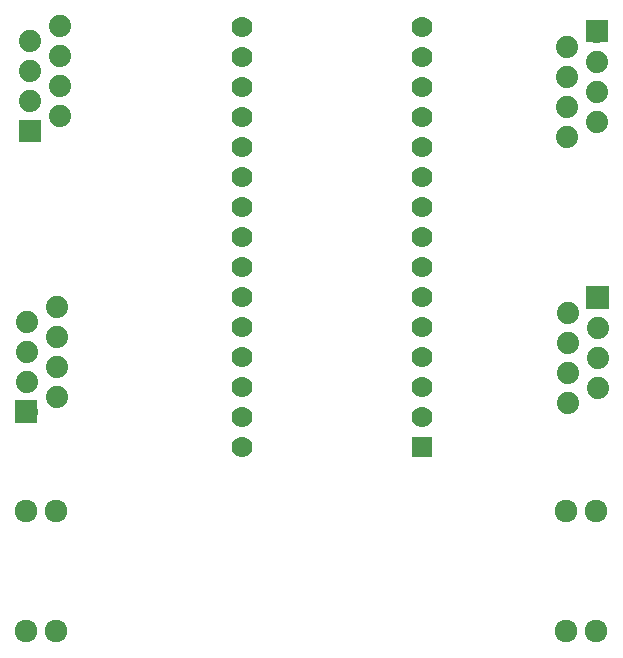
<source format=gtl>
G04 MADE WITH FRITZING*
G04 WWW.FRITZING.ORG*
G04 DOUBLE SIDED*
G04 HOLES PLATED*
G04 CONTOUR ON CENTER OF CONTOUR VECTOR*
%ASAXBY*%
%FSLAX23Y23*%
%MOIN*%
%OFA0B0*%
%SFA1.0B1.0*%
%ADD10C,0.070000*%
%ADD11C,0.074000*%
%ADD12C,0.075806*%
%ADD13R,0.069972X0.070000*%
%ADD14R,0.001000X0.001000*%
%LNCOPPER1*%
G90*
G70*
G54D10*
X1680Y1333D03*
X1680Y1433D03*
X1680Y1533D03*
X1680Y1633D03*
X1680Y1733D03*
X1680Y1833D03*
X1680Y1933D03*
X1680Y2033D03*
X1680Y2133D03*
X1680Y2233D03*
X1680Y2333D03*
X1680Y2433D03*
X1680Y2533D03*
X1680Y2633D03*
X1680Y2733D03*
X1080Y1333D03*
X1080Y1433D03*
X1080Y1533D03*
X1080Y1633D03*
X1080Y1733D03*
X1080Y1833D03*
X1080Y1933D03*
X1080Y2033D03*
X1080Y2133D03*
X1080Y2233D03*
X1080Y2333D03*
X1080Y2433D03*
X1080Y2533D03*
X1080Y2633D03*
X1080Y2733D03*
G54D11*
X2163Y2367D03*
X2263Y2417D03*
X2163Y2467D03*
X2163Y2567D03*
X2163Y2667D03*
X2263Y2517D03*
X2263Y2617D03*
X2263Y2717D03*
X2163Y2367D03*
X2263Y2417D03*
X2163Y2467D03*
X2163Y2567D03*
X2163Y2667D03*
X2263Y2517D03*
X2263Y2617D03*
X2263Y2717D03*
X473Y2734D03*
X373Y2684D03*
X473Y2634D03*
X473Y2534D03*
X473Y2434D03*
X373Y2584D03*
X373Y2484D03*
X373Y2384D03*
X473Y2734D03*
X373Y2684D03*
X473Y2634D03*
X473Y2534D03*
X473Y2434D03*
X373Y2584D03*
X373Y2484D03*
X373Y2384D03*
X461Y1800D03*
X361Y1750D03*
X461Y1700D03*
X461Y1600D03*
X461Y1500D03*
X361Y1650D03*
X361Y1550D03*
X361Y1450D03*
X461Y1800D03*
X361Y1750D03*
X461Y1700D03*
X461Y1600D03*
X461Y1500D03*
X361Y1650D03*
X361Y1550D03*
X361Y1450D03*
G54D12*
X2260Y1119D03*
X2160Y1119D03*
X2260Y719D03*
X2160Y719D03*
X460Y1119D03*
X360Y1119D03*
X460Y719D03*
X360Y719D03*
G54D11*
X2165Y1480D03*
X2265Y1530D03*
X2165Y1580D03*
X2165Y1680D03*
X2165Y1780D03*
X2265Y1630D03*
X2265Y1730D03*
X2265Y1830D03*
X2165Y1480D03*
X2265Y1530D03*
X2165Y1580D03*
X2165Y1680D03*
X2165Y1780D03*
X2265Y1630D03*
X2265Y1730D03*
X2265Y1830D03*
G54D13*
X1680Y1333D03*
G54D14*
X2226Y2754D02*
X2299Y2754D01*
X2226Y2753D02*
X2299Y2753D01*
X2226Y2752D02*
X2299Y2752D01*
X2226Y2751D02*
X2299Y2751D01*
X2226Y2750D02*
X2299Y2750D01*
X2226Y2749D02*
X2299Y2749D01*
X2226Y2748D02*
X2299Y2748D01*
X2226Y2747D02*
X2299Y2747D01*
X2226Y2746D02*
X2299Y2746D01*
X2226Y2745D02*
X2299Y2745D01*
X2226Y2744D02*
X2299Y2744D01*
X2226Y2743D02*
X2299Y2743D01*
X2226Y2742D02*
X2299Y2742D01*
X2226Y2741D02*
X2299Y2741D01*
X2226Y2740D02*
X2299Y2740D01*
X2226Y2739D02*
X2299Y2739D01*
X2226Y2738D02*
X2299Y2738D01*
X2226Y2737D02*
X2261Y2737D01*
X2263Y2737D02*
X2299Y2737D01*
X2226Y2736D02*
X2256Y2736D01*
X2269Y2736D02*
X2299Y2736D01*
X2226Y2735D02*
X2253Y2735D01*
X2271Y2735D02*
X2299Y2735D01*
X2226Y2734D02*
X2251Y2734D01*
X2273Y2734D02*
X2299Y2734D01*
X2226Y2733D02*
X2250Y2733D01*
X2275Y2733D02*
X2299Y2733D01*
X2226Y2732D02*
X2249Y2732D01*
X2276Y2732D02*
X2299Y2732D01*
X2226Y2731D02*
X2248Y2731D01*
X2277Y2731D02*
X2299Y2731D01*
X2226Y2730D02*
X2247Y2730D01*
X2278Y2730D02*
X2299Y2730D01*
X2226Y2729D02*
X2246Y2729D01*
X2279Y2729D02*
X2299Y2729D01*
X2226Y2728D02*
X2245Y2728D01*
X2279Y2728D02*
X2299Y2728D01*
X2226Y2727D02*
X2245Y2727D01*
X2280Y2727D02*
X2299Y2727D01*
X2226Y2726D02*
X2244Y2726D01*
X2280Y2726D02*
X2299Y2726D01*
X2226Y2725D02*
X2244Y2725D01*
X2281Y2725D02*
X2299Y2725D01*
X2226Y2724D02*
X2243Y2724D01*
X2281Y2724D02*
X2299Y2724D01*
X2226Y2723D02*
X2243Y2723D01*
X2281Y2723D02*
X2299Y2723D01*
X2226Y2722D02*
X2243Y2722D01*
X2282Y2722D02*
X2299Y2722D01*
X2226Y2721D02*
X2242Y2721D01*
X2282Y2721D02*
X2299Y2721D01*
X2226Y2720D02*
X2242Y2720D01*
X2282Y2720D02*
X2299Y2720D01*
X2226Y2719D02*
X2242Y2719D01*
X2282Y2719D02*
X2299Y2719D01*
X2226Y2718D02*
X2242Y2718D01*
X2282Y2718D02*
X2299Y2718D01*
X2226Y2717D02*
X2242Y2717D01*
X2282Y2717D02*
X2299Y2717D01*
X2226Y2716D02*
X2242Y2716D01*
X2282Y2716D02*
X2299Y2716D01*
X2226Y2715D02*
X2242Y2715D01*
X2282Y2715D02*
X2299Y2715D01*
X2226Y2714D02*
X2242Y2714D01*
X2282Y2714D02*
X2299Y2714D01*
X2226Y2713D02*
X2243Y2713D01*
X2282Y2713D02*
X2299Y2713D01*
X2226Y2712D02*
X2243Y2712D01*
X2282Y2712D02*
X2299Y2712D01*
X2226Y2711D02*
X2243Y2711D01*
X2281Y2711D02*
X2299Y2711D01*
X2226Y2710D02*
X2244Y2710D01*
X2281Y2710D02*
X2299Y2710D01*
X2226Y2709D02*
X2244Y2709D01*
X2280Y2709D02*
X2299Y2709D01*
X2226Y2708D02*
X2245Y2708D01*
X2280Y2708D02*
X2299Y2708D01*
X2226Y2707D02*
X2245Y2707D01*
X2279Y2707D02*
X2299Y2707D01*
X2226Y2706D02*
X2246Y2706D01*
X2279Y2706D02*
X2299Y2706D01*
X2226Y2705D02*
X2247Y2705D01*
X2278Y2705D02*
X2299Y2705D01*
X2226Y2704D02*
X2247Y2704D01*
X2277Y2704D02*
X2299Y2704D01*
X2226Y2703D02*
X2248Y2703D01*
X2276Y2703D02*
X2299Y2703D01*
X2226Y2702D02*
X2250Y2702D01*
X2275Y2702D02*
X2299Y2702D01*
X2226Y2701D02*
X2251Y2701D01*
X2274Y2701D02*
X2299Y2701D01*
X2226Y2700D02*
X2253Y2700D01*
X2272Y2700D02*
X2299Y2700D01*
X2226Y2699D02*
X2255Y2699D01*
X2270Y2699D02*
X2299Y2699D01*
X2226Y2698D02*
X2259Y2698D01*
X2266Y2698D02*
X2299Y2698D01*
X2226Y2697D02*
X2299Y2697D01*
X2226Y2696D02*
X2299Y2696D01*
X2226Y2695D02*
X2299Y2695D01*
X2226Y2694D02*
X2299Y2694D01*
X2226Y2693D02*
X2299Y2693D01*
X2226Y2692D02*
X2299Y2692D01*
X2226Y2691D02*
X2299Y2691D01*
X2226Y2690D02*
X2299Y2690D01*
X2226Y2689D02*
X2299Y2689D01*
X2226Y2688D02*
X2299Y2688D01*
X2226Y2687D02*
X2299Y2687D01*
X2226Y2686D02*
X2299Y2686D01*
X2226Y2685D02*
X2299Y2685D01*
X2226Y2684D02*
X2299Y2684D01*
X2226Y2683D02*
X2299Y2683D01*
X2226Y2682D02*
X2299Y2682D01*
X2226Y2681D02*
X2299Y2681D01*
X336Y2421D02*
X408Y2421D01*
X335Y2420D02*
X408Y2420D01*
X335Y2419D02*
X408Y2419D01*
X335Y2418D02*
X408Y2418D01*
X335Y2417D02*
X408Y2417D01*
X335Y2416D02*
X408Y2416D01*
X335Y2415D02*
X408Y2415D01*
X335Y2414D02*
X408Y2414D01*
X335Y2413D02*
X408Y2413D01*
X335Y2412D02*
X408Y2412D01*
X335Y2411D02*
X408Y2411D01*
X335Y2410D02*
X408Y2410D01*
X335Y2409D02*
X408Y2409D01*
X335Y2408D02*
X408Y2408D01*
X335Y2407D02*
X408Y2407D01*
X335Y2406D02*
X408Y2406D01*
X335Y2405D02*
X408Y2405D01*
X335Y2404D02*
X408Y2404D01*
X335Y2403D02*
X366Y2403D01*
X378Y2403D02*
X408Y2403D01*
X335Y2402D02*
X363Y2402D01*
X380Y2402D02*
X408Y2402D01*
X335Y2401D02*
X362Y2401D01*
X382Y2401D02*
X408Y2401D01*
X335Y2400D02*
X360Y2400D01*
X384Y2400D02*
X408Y2400D01*
X335Y2399D02*
X359Y2399D01*
X385Y2399D02*
X408Y2399D01*
X335Y2398D02*
X358Y2398D01*
X386Y2398D02*
X408Y2398D01*
X335Y2397D02*
X357Y2397D01*
X387Y2397D02*
X408Y2397D01*
X335Y2396D02*
X356Y2396D01*
X388Y2396D02*
X408Y2396D01*
X335Y2395D02*
X355Y2395D01*
X389Y2395D02*
X408Y2395D01*
X335Y2394D02*
X355Y2394D01*
X389Y2394D02*
X408Y2394D01*
X335Y2393D02*
X354Y2393D01*
X390Y2393D02*
X408Y2393D01*
X335Y2392D02*
X354Y2392D01*
X390Y2392D02*
X408Y2392D01*
X335Y2391D02*
X353Y2391D01*
X391Y2391D02*
X408Y2391D01*
X335Y2390D02*
X353Y2390D01*
X391Y2390D02*
X408Y2390D01*
X335Y2389D02*
X353Y2389D01*
X391Y2389D02*
X408Y2389D01*
X335Y2388D02*
X352Y2388D01*
X392Y2388D02*
X408Y2388D01*
X335Y2387D02*
X352Y2387D01*
X392Y2387D02*
X408Y2387D01*
X335Y2386D02*
X352Y2386D01*
X392Y2386D02*
X408Y2386D01*
X335Y2385D02*
X352Y2385D01*
X392Y2385D02*
X408Y2385D01*
X335Y2384D02*
X352Y2384D01*
X392Y2384D02*
X408Y2384D01*
X335Y2383D02*
X352Y2383D01*
X392Y2383D02*
X408Y2383D01*
X335Y2382D02*
X352Y2382D01*
X392Y2382D02*
X408Y2382D01*
X335Y2381D02*
X352Y2381D01*
X392Y2381D02*
X408Y2381D01*
X335Y2380D02*
X352Y2380D01*
X392Y2380D02*
X408Y2380D01*
X335Y2379D02*
X353Y2379D01*
X391Y2379D02*
X408Y2379D01*
X335Y2378D02*
X353Y2378D01*
X391Y2378D02*
X408Y2378D01*
X335Y2377D02*
X353Y2377D01*
X391Y2377D02*
X408Y2377D01*
X335Y2376D02*
X354Y2376D01*
X390Y2376D02*
X408Y2376D01*
X335Y2375D02*
X354Y2375D01*
X390Y2375D02*
X408Y2375D01*
X335Y2374D02*
X355Y2374D01*
X389Y2374D02*
X408Y2374D01*
X335Y2373D02*
X355Y2373D01*
X389Y2373D02*
X408Y2373D01*
X335Y2372D02*
X356Y2372D01*
X388Y2372D02*
X408Y2372D01*
X335Y2371D02*
X357Y2371D01*
X387Y2371D02*
X408Y2371D01*
X335Y2370D02*
X358Y2370D01*
X386Y2370D02*
X408Y2370D01*
X335Y2369D02*
X359Y2369D01*
X385Y2369D02*
X408Y2369D01*
X335Y2368D02*
X360Y2368D01*
X384Y2368D02*
X408Y2368D01*
X335Y2367D02*
X362Y2367D01*
X382Y2367D02*
X408Y2367D01*
X335Y2366D02*
X364Y2366D01*
X380Y2366D02*
X408Y2366D01*
X335Y2365D02*
X367Y2365D01*
X377Y2365D02*
X408Y2365D01*
X335Y2364D02*
X408Y2364D01*
X335Y2363D02*
X408Y2363D01*
X335Y2362D02*
X408Y2362D01*
X335Y2361D02*
X408Y2361D01*
X335Y2360D02*
X408Y2360D01*
X335Y2359D02*
X408Y2359D01*
X335Y2358D02*
X408Y2358D01*
X335Y2357D02*
X408Y2357D01*
X335Y2356D02*
X408Y2356D01*
X335Y2355D02*
X408Y2355D01*
X335Y2354D02*
X408Y2354D01*
X335Y2353D02*
X408Y2353D01*
X335Y2352D02*
X408Y2352D01*
X335Y2351D02*
X408Y2351D01*
X335Y2350D02*
X408Y2350D01*
X335Y2349D02*
X408Y2349D01*
X335Y2348D02*
X408Y2348D01*
X2228Y1867D02*
X2301Y1867D01*
X2228Y1866D02*
X2301Y1866D01*
X2228Y1865D02*
X2301Y1865D01*
X2228Y1864D02*
X2301Y1864D01*
X2228Y1863D02*
X2301Y1863D01*
X2228Y1862D02*
X2301Y1862D01*
X2228Y1861D02*
X2301Y1861D01*
X2228Y1860D02*
X2301Y1860D01*
X2228Y1859D02*
X2301Y1859D01*
X2228Y1858D02*
X2301Y1858D01*
X2228Y1857D02*
X2301Y1857D01*
X2228Y1856D02*
X2301Y1856D01*
X2228Y1855D02*
X2301Y1855D01*
X2228Y1854D02*
X2301Y1854D01*
X2228Y1853D02*
X2301Y1853D01*
X2228Y1852D02*
X2301Y1852D01*
X2228Y1851D02*
X2301Y1851D01*
X2228Y1850D02*
X2263Y1850D01*
X2266Y1850D02*
X2301Y1850D01*
X2228Y1849D02*
X2258Y1849D01*
X2271Y1849D02*
X2301Y1849D01*
X2228Y1848D02*
X2256Y1848D01*
X2274Y1848D02*
X2301Y1848D01*
X2228Y1847D02*
X2254Y1847D01*
X2276Y1847D02*
X2301Y1847D01*
X2228Y1846D02*
X2252Y1846D01*
X2277Y1846D02*
X2301Y1846D01*
X2228Y1845D02*
X2251Y1845D01*
X2278Y1845D02*
X2301Y1845D01*
X2228Y1844D02*
X2250Y1844D01*
X2279Y1844D02*
X2301Y1844D01*
X2228Y1843D02*
X2249Y1843D01*
X2280Y1843D02*
X2301Y1843D01*
X2228Y1842D02*
X2248Y1842D01*
X2281Y1842D02*
X2301Y1842D01*
X2228Y1841D02*
X2248Y1841D01*
X2282Y1841D02*
X2301Y1841D01*
X2228Y1840D02*
X2247Y1840D01*
X2282Y1840D02*
X2301Y1840D01*
X2228Y1839D02*
X2247Y1839D01*
X2283Y1839D02*
X2301Y1839D01*
X2228Y1838D02*
X2246Y1838D01*
X2283Y1838D02*
X2301Y1838D01*
X2228Y1837D02*
X2246Y1837D01*
X2284Y1837D02*
X2301Y1837D01*
X2228Y1836D02*
X2245Y1836D01*
X2284Y1836D02*
X2301Y1836D01*
X2228Y1835D02*
X2245Y1835D01*
X2284Y1835D02*
X2301Y1835D01*
X2228Y1834D02*
X2245Y1834D01*
X2284Y1834D02*
X2301Y1834D01*
X2228Y1833D02*
X2245Y1833D01*
X2285Y1833D02*
X2301Y1833D01*
X2228Y1832D02*
X2245Y1832D01*
X2285Y1832D02*
X2301Y1832D01*
X2228Y1831D02*
X2245Y1831D01*
X2285Y1831D02*
X2301Y1831D01*
X2228Y1830D02*
X2245Y1830D01*
X2285Y1830D02*
X2301Y1830D01*
X2228Y1829D02*
X2245Y1829D01*
X2285Y1829D02*
X2301Y1829D01*
X2228Y1828D02*
X2245Y1828D01*
X2285Y1828D02*
X2301Y1828D01*
X2228Y1827D02*
X2245Y1827D01*
X2285Y1827D02*
X2301Y1827D01*
X2228Y1826D02*
X2245Y1826D01*
X2284Y1826D02*
X2301Y1826D01*
X2228Y1825D02*
X2245Y1825D01*
X2284Y1825D02*
X2301Y1825D01*
X2228Y1824D02*
X2246Y1824D01*
X2284Y1824D02*
X2301Y1824D01*
X2228Y1823D02*
X2246Y1823D01*
X2283Y1823D02*
X2301Y1823D01*
X2228Y1822D02*
X2246Y1822D01*
X2283Y1822D02*
X2301Y1822D01*
X2228Y1821D02*
X2247Y1821D01*
X2282Y1821D02*
X2301Y1821D01*
X2228Y1820D02*
X2248Y1820D01*
X2282Y1820D02*
X2301Y1820D01*
X2228Y1819D02*
X2248Y1819D01*
X2281Y1819D02*
X2301Y1819D01*
X2228Y1818D02*
X2249Y1818D01*
X2280Y1818D02*
X2301Y1818D01*
X2228Y1817D02*
X2250Y1817D01*
X2280Y1817D02*
X2301Y1817D01*
X2228Y1816D02*
X2251Y1816D01*
X2278Y1816D02*
X2301Y1816D01*
X2228Y1815D02*
X2252Y1815D01*
X2277Y1815D02*
X2301Y1815D01*
X2228Y1814D02*
X2253Y1814D01*
X2276Y1814D02*
X2301Y1814D01*
X2228Y1813D02*
X2255Y1813D01*
X2274Y1813D02*
X2301Y1813D01*
X2228Y1812D02*
X2257Y1812D01*
X2272Y1812D02*
X2301Y1812D01*
X2228Y1811D02*
X2261Y1811D01*
X2268Y1811D02*
X2301Y1811D01*
X2228Y1810D02*
X2301Y1810D01*
X2228Y1809D02*
X2301Y1809D01*
X2228Y1808D02*
X2301Y1808D01*
X2228Y1807D02*
X2301Y1807D01*
X2228Y1806D02*
X2301Y1806D01*
X2228Y1805D02*
X2301Y1805D01*
X2228Y1804D02*
X2301Y1804D01*
X2228Y1803D02*
X2301Y1803D01*
X2228Y1802D02*
X2301Y1802D01*
X2228Y1801D02*
X2301Y1801D01*
X2228Y1800D02*
X2301Y1800D01*
X2228Y1799D02*
X2301Y1799D01*
X2228Y1798D02*
X2301Y1798D01*
X2228Y1797D02*
X2301Y1797D01*
X2228Y1796D02*
X2301Y1796D01*
X2228Y1795D02*
X2301Y1795D01*
X2228Y1794D02*
X2301Y1794D01*
X324Y1487D02*
X397Y1487D01*
X324Y1486D02*
X397Y1486D01*
X324Y1485D02*
X397Y1485D01*
X324Y1484D02*
X397Y1484D01*
X324Y1483D02*
X397Y1483D01*
X324Y1482D02*
X397Y1482D01*
X324Y1481D02*
X397Y1481D01*
X324Y1480D02*
X397Y1480D01*
X324Y1479D02*
X397Y1479D01*
X324Y1478D02*
X397Y1478D01*
X324Y1477D02*
X397Y1477D01*
X324Y1476D02*
X397Y1476D01*
X324Y1475D02*
X397Y1475D01*
X324Y1474D02*
X397Y1474D01*
X324Y1473D02*
X397Y1473D01*
X324Y1472D02*
X397Y1472D01*
X324Y1471D02*
X397Y1471D01*
X324Y1470D02*
X359Y1470D01*
X363Y1470D02*
X397Y1470D01*
X324Y1469D02*
X354Y1469D01*
X368Y1469D02*
X397Y1469D01*
X324Y1468D02*
X352Y1468D01*
X370Y1468D02*
X397Y1468D01*
X324Y1467D02*
X350Y1467D01*
X372Y1467D02*
X397Y1467D01*
X324Y1466D02*
X348Y1466D01*
X373Y1466D02*
X397Y1466D01*
X324Y1465D02*
X347Y1465D01*
X375Y1465D02*
X397Y1465D01*
X324Y1464D02*
X346Y1464D01*
X376Y1464D02*
X397Y1464D01*
X324Y1463D02*
X345Y1463D01*
X376Y1463D02*
X397Y1463D01*
X324Y1462D02*
X344Y1462D01*
X377Y1462D02*
X397Y1462D01*
X324Y1461D02*
X344Y1461D01*
X378Y1461D02*
X397Y1461D01*
X324Y1460D02*
X343Y1460D01*
X378Y1460D02*
X397Y1460D01*
X324Y1459D02*
X343Y1459D01*
X379Y1459D02*
X397Y1459D01*
X324Y1458D02*
X342Y1458D01*
X380Y1458D02*
X397Y1458D01*
X324Y1457D02*
X342Y1457D01*
X380Y1457D02*
X397Y1457D01*
X324Y1456D02*
X342Y1456D01*
X380Y1456D02*
X397Y1456D01*
X324Y1455D02*
X341Y1455D01*
X380Y1455D02*
X397Y1455D01*
X324Y1454D02*
X341Y1454D01*
X381Y1454D02*
X397Y1454D01*
X324Y1453D02*
X341Y1453D01*
X381Y1453D02*
X397Y1453D01*
X324Y1452D02*
X341Y1452D01*
X381Y1452D02*
X397Y1452D01*
X324Y1451D02*
X341Y1451D01*
X381Y1451D02*
X397Y1451D01*
X324Y1450D02*
X341Y1450D01*
X381Y1450D02*
X397Y1450D01*
X324Y1449D02*
X341Y1449D01*
X381Y1449D02*
X397Y1449D01*
X324Y1448D02*
X341Y1448D01*
X381Y1448D02*
X397Y1448D01*
X324Y1447D02*
X341Y1447D01*
X381Y1447D02*
X397Y1447D01*
X324Y1446D02*
X341Y1446D01*
X380Y1446D02*
X397Y1446D01*
X324Y1445D02*
X342Y1445D01*
X380Y1445D02*
X397Y1445D01*
X324Y1444D02*
X342Y1444D01*
X380Y1444D02*
X397Y1444D01*
X324Y1443D02*
X342Y1443D01*
X380Y1443D02*
X397Y1443D01*
X324Y1442D02*
X343Y1442D01*
X379Y1442D02*
X397Y1442D01*
X324Y1441D02*
X343Y1441D01*
X379Y1441D02*
X397Y1441D01*
X324Y1440D02*
X344Y1440D01*
X378Y1440D02*
X397Y1440D01*
X324Y1439D02*
X344Y1439D01*
X377Y1439D02*
X397Y1439D01*
X324Y1438D02*
X345Y1438D01*
X376Y1438D02*
X397Y1438D01*
X324Y1437D02*
X346Y1437D01*
X376Y1437D02*
X397Y1437D01*
X324Y1436D02*
X347Y1436D01*
X375Y1436D02*
X397Y1436D01*
X324Y1435D02*
X348Y1435D01*
X373Y1435D02*
X397Y1435D01*
X324Y1434D02*
X350Y1434D01*
X372Y1434D02*
X397Y1434D01*
X324Y1433D02*
X351Y1433D01*
X370Y1433D02*
X397Y1433D01*
X324Y1432D02*
X354Y1432D01*
X368Y1432D02*
X397Y1432D01*
X324Y1431D02*
X358Y1431D01*
X363Y1431D02*
X397Y1431D01*
X324Y1430D02*
X397Y1430D01*
X324Y1429D02*
X397Y1429D01*
X324Y1428D02*
X397Y1428D01*
X324Y1427D02*
X397Y1427D01*
X324Y1426D02*
X397Y1426D01*
X324Y1425D02*
X397Y1425D01*
X324Y1424D02*
X397Y1424D01*
X324Y1423D02*
X397Y1423D01*
X324Y1422D02*
X397Y1422D01*
X324Y1421D02*
X397Y1421D01*
X324Y1420D02*
X397Y1420D01*
X324Y1419D02*
X397Y1419D01*
X324Y1418D02*
X397Y1418D01*
X324Y1417D02*
X397Y1417D01*
X324Y1416D02*
X397Y1416D01*
X324Y1415D02*
X397Y1415D01*
X324Y1414D02*
X397Y1414D01*
X352Y1149D02*
X366Y1149D01*
X452Y1149D02*
X466Y1149D01*
X2152Y1149D02*
X2166Y1149D01*
X2252Y1149D02*
X2266Y1149D01*
X349Y1148D02*
X369Y1148D01*
X449Y1148D02*
X469Y1148D01*
X2149Y1148D02*
X2169Y1148D01*
X2249Y1148D02*
X2269Y1148D01*
X347Y1147D02*
X372Y1147D01*
X446Y1147D02*
X471Y1147D01*
X2146Y1147D02*
X2171Y1147D01*
X2246Y1147D02*
X2271Y1147D01*
X345Y1146D02*
X374Y1146D01*
X445Y1146D02*
X473Y1146D01*
X2144Y1146D02*
X2173Y1146D01*
X2244Y1146D02*
X2273Y1146D01*
X343Y1145D02*
X375Y1145D01*
X443Y1145D02*
X475Y1145D01*
X2143Y1145D02*
X2175Y1145D01*
X2243Y1145D02*
X2275Y1145D01*
X341Y1144D02*
X377Y1144D01*
X441Y1144D02*
X477Y1144D01*
X2141Y1144D02*
X2177Y1144D01*
X2241Y1144D02*
X2276Y1144D01*
X340Y1143D02*
X378Y1143D01*
X440Y1143D02*
X478Y1143D01*
X2140Y1143D02*
X2178Y1143D01*
X2240Y1143D02*
X2278Y1143D01*
X339Y1142D02*
X379Y1142D01*
X439Y1142D02*
X479Y1142D01*
X2139Y1142D02*
X2179Y1142D01*
X2239Y1142D02*
X2279Y1142D01*
X338Y1141D02*
X380Y1141D01*
X438Y1141D02*
X480Y1141D01*
X2138Y1141D02*
X2180Y1141D01*
X2238Y1141D02*
X2280Y1141D01*
X337Y1140D02*
X381Y1140D01*
X437Y1140D02*
X481Y1140D01*
X2137Y1140D02*
X2181Y1140D01*
X2237Y1140D02*
X2281Y1140D01*
X336Y1139D02*
X382Y1139D01*
X436Y1139D02*
X482Y1139D01*
X2136Y1139D02*
X2182Y1139D01*
X2236Y1139D02*
X2282Y1139D01*
X335Y1138D02*
X383Y1138D01*
X435Y1138D02*
X483Y1138D01*
X2135Y1138D02*
X2183Y1138D01*
X2235Y1138D02*
X2283Y1138D01*
X334Y1137D02*
X355Y1137D01*
X363Y1137D02*
X384Y1137D01*
X434Y1137D02*
X455Y1137D01*
X463Y1137D02*
X484Y1137D01*
X2134Y1137D02*
X2155Y1137D01*
X2163Y1137D02*
X2184Y1137D01*
X2234Y1137D02*
X2255Y1137D01*
X2263Y1137D02*
X2283Y1137D01*
X334Y1136D02*
X351Y1136D01*
X367Y1136D02*
X384Y1136D01*
X434Y1136D02*
X451Y1136D01*
X467Y1136D02*
X484Y1136D01*
X2134Y1136D02*
X2151Y1136D01*
X2167Y1136D02*
X2184Y1136D01*
X2234Y1136D02*
X2251Y1136D01*
X2266Y1136D02*
X2284Y1136D01*
X333Y1135D02*
X350Y1135D01*
X369Y1135D02*
X385Y1135D01*
X433Y1135D02*
X450Y1135D01*
X469Y1135D02*
X485Y1135D01*
X2133Y1135D02*
X2149Y1135D01*
X2168Y1135D02*
X2185Y1135D01*
X2233Y1135D02*
X2249Y1135D01*
X2268Y1135D02*
X2285Y1135D01*
X333Y1134D02*
X348Y1134D01*
X370Y1134D02*
X386Y1134D01*
X432Y1134D02*
X448Y1134D01*
X470Y1134D02*
X486Y1134D01*
X2132Y1134D02*
X2148Y1134D01*
X2170Y1134D02*
X2185Y1134D01*
X2232Y1134D02*
X2248Y1134D01*
X2270Y1134D02*
X2285Y1134D01*
X332Y1133D02*
X347Y1133D01*
X371Y1133D02*
X386Y1133D01*
X432Y1133D02*
X447Y1133D01*
X471Y1133D02*
X486Y1133D01*
X2132Y1133D02*
X2147Y1133D01*
X2171Y1133D02*
X2186Y1133D01*
X2232Y1133D02*
X2246Y1133D01*
X2271Y1133D02*
X2286Y1133D01*
X332Y1132D02*
X345Y1132D01*
X373Y1132D02*
X387Y1132D01*
X431Y1132D02*
X445Y1132D01*
X473Y1132D02*
X487Y1132D01*
X2131Y1132D02*
X2145Y1132D01*
X2173Y1132D02*
X2186Y1132D01*
X2231Y1132D02*
X2245Y1132D01*
X2272Y1132D02*
X2286Y1132D01*
X331Y1131D02*
X345Y1131D01*
X373Y1131D02*
X387Y1131D01*
X431Y1131D02*
X445Y1131D01*
X473Y1131D02*
X487Y1131D01*
X2131Y1131D02*
X2145Y1131D01*
X2173Y1131D02*
X2187Y1131D01*
X2231Y1131D02*
X2244Y1131D01*
X2273Y1131D02*
X2287Y1131D01*
X331Y1130D02*
X344Y1130D01*
X374Y1130D02*
X387Y1130D01*
X431Y1130D02*
X444Y1130D01*
X474Y1130D02*
X487Y1130D01*
X2131Y1130D02*
X2144Y1130D01*
X2174Y1130D02*
X2187Y1130D01*
X2230Y1130D02*
X2244Y1130D01*
X2274Y1130D02*
X2287Y1130D01*
X330Y1129D02*
X343Y1129D01*
X375Y1129D02*
X388Y1129D01*
X430Y1129D02*
X443Y1129D01*
X475Y1129D02*
X488Y1129D01*
X2130Y1129D02*
X2143Y1129D01*
X2175Y1129D02*
X2188Y1129D01*
X2230Y1129D02*
X2243Y1129D01*
X2275Y1129D02*
X2288Y1129D01*
X330Y1128D02*
X343Y1128D01*
X376Y1128D02*
X388Y1128D01*
X430Y1128D02*
X442Y1128D01*
X476Y1128D02*
X488Y1128D01*
X2130Y1128D02*
X2142Y1128D01*
X2175Y1128D02*
X2188Y1128D01*
X2230Y1128D02*
X2242Y1128D01*
X2275Y1128D02*
X2288Y1128D01*
X330Y1127D02*
X342Y1127D01*
X376Y1127D02*
X388Y1127D01*
X430Y1127D02*
X442Y1127D01*
X476Y1127D02*
X488Y1127D01*
X2130Y1127D02*
X2142Y1127D01*
X2176Y1127D02*
X2188Y1127D01*
X2230Y1127D02*
X2242Y1127D01*
X2276Y1127D02*
X2288Y1127D01*
X329Y1126D02*
X341Y1126D01*
X377Y1126D02*
X389Y1126D01*
X429Y1126D02*
X441Y1126D01*
X477Y1126D02*
X489Y1126D01*
X2129Y1126D02*
X2141Y1126D01*
X2177Y1126D02*
X2189Y1126D01*
X2229Y1126D02*
X2241Y1126D01*
X2276Y1126D02*
X2288Y1126D01*
X329Y1125D02*
X341Y1125D01*
X377Y1125D02*
X389Y1125D01*
X429Y1125D02*
X441Y1125D01*
X477Y1125D02*
X489Y1125D01*
X2129Y1125D02*
X2141Y1125D01*
X2177Y1125D02*
X2189Y1125D01*
X2229Y1125D02*
X2241Y1125D01*
X2277Y1125D02*
X2289Y1125D01*
X329Y1124D02*
X341Y1124D01*
X377Y1124D02*
X389Y1124D01*
X429Y1124D02*
X441Y1124D01*
X477Y1124D02*
X489Y1124D01*
X2129Y1124D02*
X2141Y1124D01*
X2177Y1124D02*
X2189Y1124D01*
X2229Y1124D02*
X2241Y1124D01*
X2277Y1124D02*
X2289Y1124D01*
X329Y1123D02*
X341Y1123D01*
X378Y1123D02*
X389Y1123D01*
X429Y1123D02*
X440Y1123D01*
X478Y1123D02*
X489Y1123D01*
X2129Y1123D02*
X2140Y1123D01*
X2177Y1123D02*
X2189Y1123D01*
X2229Y1123D02*
X2240Y1123D01*
X2277Y1123D02*
X2289Y1123D01*
X329Y1122D02*
X340Y1122D01*
X378Y1122D02*
X389Y1122D01*
X429Y1122D02*
X440Y1122D01*
X478Y1122D02*
X489Y1122D01*
X2129Y1122D02*
X2140Y1122D01*
X2178Y1122D02*
X2189Y1122D01*
X2229Y1122D02*
X2240Y1122D01*
X2278Y1122D02*
X2289Y1122D01*
X329Y1121D02*
X340Y1121D01*
X378Y1121D02*
X389Y1121D01*
X429Y1121D02*
X440Y1121D01*
X478Y1121D02*
X489Y1121D01*
X2129Y1121D02*
X2140Y1121D01*
X2178Y1121D02*
X2189Y1121D01*
X2229Y1121D02*
X2240Y1121D01*
X2278Y1121D02*
X2289Y1121D01*
X329Y1120D02*
X340Y1120D01*
X378Y1120D02*
X389Y1120D01*
X429Y1120D02*
X440Y1120D01*
X478Y1120D02*
X489Y1120D01*
X2129Y1120D02*
X2140Y1120D01*
X2178Y1120D02*
X2189Y1120D01*
X2228Y1120D02*
X2240Y1120D01*
X2278Y1120D02*
X2289Y1120D01*
X329Y1119D02*
X340Y1119D01*
X378Y1119D02*
X389Y1119D01*
X429Y1119D02*
X440Y1119D01*
X478Y1119D02*
X489Y1119D01*
X2128Y1119D02*
X2140Y1119D01*
X2178Y1119D02*
X2189Y1119D01*
X2228Y1119D02*
X2240Y1119D01*
X2278Y1119D02*
X2289Y1119D01*
X329Y1118D02*
X340Y1118D01*
X378Y1118D02*
X389Y1118D01*
X429Y1118D02*
X440Y1118D01*
X478Y1118D02*
X489Y1118D01*
X2129Y1118D02*
X2140Y1118D01*
X2178Y1118D02*
X2189Y1118D01*
X2228Y1118D02*
X2240Y1118D01*
X2278Y1118D02*
X2289Y1118D01*
X329Y1117D02*
X340Y1117D01*
X378Y1117D02*
X389Y1117D01*
X429Y1117D02*
X440Y1117D01*
X478Y1117D02*
X489Y1117D01*
X2129Y1117D02*
X2140Y1117D01*
X2178Y1117D02*
X2189Y1117D01*
X2229Y1117D02*
X2240Y1117D01*
X2278Y1117D02*
X2289Y1117D01*
X329Y1116D02*
X340Y1116D01*
X378Y1116D02*
X389Y1116D01*
X429Y1116D02*
X440Y1116D01*
X478Y1116D02*
X489Y1116D01*
X2129Y1116D02*
X2140Y1116D01*
X2178Y1116D02*
X2189Y1116D01*
X2229Y1116D02*
X2240Y1116D01*
X2278Y1116D02*
X2289Y1116D01*
X329Y1115D02*
X340Y1115D01*
X378Y1115D02*
X389Y1115D01*
X429Y1115D02*
X440Y1115D01*
X478Y1115D02*
X489Y1115D01*
X2129Y1115D02*
X2140Y1115D01*
X2178Y1115D02*
X2189Y1115D01*
X2229Y1115D02*
X2240Y1115D01*
X2277Y1115D02*
X2289Y1115D01*
X329Y1114D02*
X341Y1114D01*
X377Y1114D02*
X389Y1114D01*
X429Y1114D02*
X441Y1114D01*
X477Y1114D02*
X489Y1114D01*
X2129Y1114D02*
X2141Y1114D01*
X2177Y1114D02*
X2189Y1114D01*
X2229Y1114D02*
X2241Y1114D01*
X2277Y1114D02*
X2289Y1114D01*
X329Y1113D02*
X341Y1113D01*
X377Y1113D02*
X389Y1113D01*
X429Y1113D02*
X441Y1113D01*
X477Y1113D02*
X489Y1113D01*
X2129Y1113D02*
X2141Y1113D01*
X2177Y1113D02*
X2189Y1113D01*
X2229Y1113D02*
X2241Y1113D01*
X2277Y1113D02*
X2289Y1113D01*
X329Y1112D02*
X341Y1112D01*
X377Y1112D02*
X389Y1112D01*
X429Y1112D02*
X441Y1112D01*
X477Y1112D02*
X489Y1112D01*
X2129Y1112D02*
X2141Y1112D01*
X2177Y1112D02*
X2189Y1112D01*
X2229Y1112D02*
X2241Y1112D01*
X2277Y1112D02*
X2289Y1112D01*
X330Y1111D02*
X342Y1111D01*
X376Y1111D02*
X388Y1111D01*
X430Y1111D02*
X442Y1111D01*
X476Y1111D02*
X488Y1111D01*
X2130Y1111D02*
X2142Y1111D01*
X2176Y1111D02*
X2188Y1111D01*
X2229Y1111D02*
X2242Y1111D01*
X2276Y1111D02*
X2288Y1111D01*
X330Y1110D02*
X342Y1110D01*
X376Y1110D02*
X388Y1110D01*
X430Y1110D02*
X442Y1110D01*
X476Y1110D02*
X488Y1110D01*
X2130Y1110D02*
X2142Y1110D01*
X2176Y1110D02*
X2188Y1110D01*
X2230Y1110D02*
X2242Y1110D01*
X2276Y1110D02*
X2288Y1110D01*
X330Y1109D02*
X343Y1109D01*
X375Y1109D02*
X388Y1109D01*
X430Y1109D02*
X443Y1109D01*
X475Y1109D02*
X488Y1109D01*
X2130Y1109D02*
X2143Y1109D01*
X2175Y1109D02*
X2188Y1109D01*
X2230Y1109D02*
X2243Y1109D01*
X2275Y1109D02*
X2288Y1109D01*
X331Y1108D02*
X344Y1108D01*
X374Y1108D02*
X387Y1108D01*
X431Y1108D02*
X444Y1108D01*
X474Y1108D02*
X487Y1108D01*
X2130Y1108D02*
X2144Y1108D01*
X2174Y1108D02*
X2187Y1108D01*
X2230Y1108D02*
X2244Y1108D01*
X2274Y1108D02*
X2287Y1108D01*
X331Y1107D02*
X345Y1107D01*
X374Y1107D02*
X387Y1107D01*
X431Y1107D02*
X444Y1107D01*
X474Y1107D02*
X487Y1107D01*
X2131Y1107D02*
X2144Y1107D01*
X2174Y1107D02*
X2187Y1107D01*
X2231Y1107D02*
X2244Y1107D01*
X2273Y1107D02*
X2287Y1107D01*
X331Y1106D02*
X345Y1106D01*
X373Y1106D02*
X387Y1106D01*
X431Y1106D02*
X445Y1106D01*
X473Y1106D02*
X487Y1106D01*
X2131Y1106D02*
X2145Y1106D01*
X2173Y1106D02*
X2187Y1106D01*
X2231Y1106D02*
X2245Y1106D01*
X2273Y1106D02*
X2286Y1106D01*
X332Y1105D02*
X346Y1105D01*
X372Y1105D02*
X386Y1105D01*
X432Y1105D02*
X446Y1105D01*
X472Y1105D02*
X486Y1105D01*
X2132Y1105D02*
X2146Y1105D01*
X2172Y1105D02*
X2186Y1105D01*
X2232Y1105D02*
X2246Y1105D01*
X2271Y1105D02*
X2286Y1105D01*
X332Y1104D02*
X348Y1104D01*
X370Y1104D02*
X386Y1104D01*
X432Y1104D02*
X448Y1104D01*
X470Y1104D02*
X486Y1104D01*
X2132Y1104D02*
X2148Y1104D01*
X2170Y1104D02*
X2186Y1104D01*
X2232Y1104D02*
X2248Y1104D01*
X2270Y1104D02*
X2285Y1104D01*
X333Y1103D02*
X349Y1103D01*
X369Y1103D02*
X385Y1103D01*
X433Y1103D02*
X449Y1103D01*
X469Y1103D02*
X485Y1103D01*
X2133Y1103D02*
X2149Y1103D01*
X2169Y1103D02*
X2185Y1103D01*
X2233Y1103D02*
X2249Y1103D01*
X2269Y1103D02*
X2285Y1103D01*
X334Y1102D02*
X351Y1102D01*
X367Y1102D02*
X384Y1102D01*
X434Y1102D02*
X451Y1102D01*
X467Y1102D02*
X484Y1102D01*
X2134Y1102D02*
X2151Y1102D01*
X2167Y1102D02*
X2184Y1102D01*
X2233Y1102D02*
X2251Y1102D01*
X2267Y1102D02*
X2284Y1102D01*
X334Y1101D02*
X354Y1101D01*
X364Y1101D02*
X384Y1101D01*
X434Y1101D02*
X454Y1101D01*
X464Y1101D02*
X484Y1101D01*
X2134Y1101D02*
X2154Y1101D01*
X2164Y1101D02*
X2184Y1101D01*
X2234Y1101D02*
X2254Y1101D01*
X2264Y1101D02*
X2284Y1101D01*
X335Y1100D02*
X383Y1100D01*
X435Y1100D02*
X483Y1100D01*
X2135Y1100D02*
X2183Y1100D01*
X2235Y1100D02*
X2283Y1100D01*
X336Y1099D02*
X382Y1099D01*
X436Y1099D02*
X482Y1099D01*
X2136Y1099D02*
X2182Y1099D01*
X2236Y1099D02*
X2282Y1099D01*
X337Y1098D02*
X381Y1098D01*
X437Y1098D02*
X481Y1098D01*
X2137Y1098D02*
X2181Y1098D01*
X2237Y1098D02*
X2281Y1098D01*
X338Y1097D02*
X380Y1097D01*
X438Y1097D02*
X480Y1097D01*
X2138Y1097D02*
X2180Y1097D01*
X2238Y1097D02*
X2280Y1097D01*
X339Y1096D02*
X379Y1096D01*
X439Y1096D02*
X479Y1096D01*
X2139Y1096D02*
X2179Y1096D01*
X2239Y1096D02*
X2279Y1096D01*
X340Y1095D02*
X378Y1095D01*
X440Y1095D02*
X478Y1095D01*
X2140Y1095D02*
X2178Y1095D01*
X2240Y1095D02*
X2278Y1095D01*
X341Y1094D02*
X377Y1094D01*
X441Y1094D02*
X477Y1094D01*
X2141Y1094D02*
X2177Y1094D01*
X2241Y1094D02*
X2277Y1094D01*
X343Y1093D02*
X375Y1093D01*
X443Y1093D02*
X475Y1093D01*
X2143Y1093D02*
X2175Y1093D01*
X2242Y1093D02*
X2275Y1093D01*
X344Y1092D02*
X374Y1092D01*
X444Y1092D02*
X474Y1092D01*
X2144Y1092D02*
X2174Y1092D01*
X2244Y1092D02*
X2274Y1092D01*
X346Y1091D02*
X372Y1091D01*
X446Y1091D02*
X472Y1091D01*
X2146Y1091D02*
X2172Y1091D01*
X2246Y1091D02*
X2272Y1091D01*
X349Y1090D02*
X370Y1090D01*
X449Y1090D02*
X469Y1090D01*
X2148Y1090D02*
X2169Y1090D01*
X2248Y1090D02*
X2269Y1090D01*
X352Y1089D02*
X366Y1089D01*
X452Y1089D02*
X466Y1089D01*
X2152Y1089D02*
X2166Y1089D01*
X2252Y1089D02*
X2266Y1089D01*
X359Y1088D02*
X359Y1088D01*
X459Y1088D02*
X459Y1088D01*
X2159Y1088D02*
X2159Y1088D01*
X2259Y1088D02*
X2259Y1088D01*
X352Y749D02*
X366Y749D01*
X452Y749D02*
X466Y749D01*
X2152Y749D02*
X2166Y749D01*
X2252Y749D02*
X2266Y749D01*
X349Y748D02*
X369Y748D01*
X449Y748D02*
X469Y748D01*
X2149Y748D02*
X2169Y748D01*
X2249Y748D02*
X2269Y748D01*
X346Y747D02*
X372Y747D01*
X446Y747D02*
X472Y747D01*
X2146Y747D02*
X2171Y747D01*
X2246Y747D02*
X2271Y747D01*
X344Y746D02*
X374Y746D01*
X444Y746D02*
X474Y746D01*
X2144Y746D02*
X2173Y746D01*
X2244Y746D02*
X2273Y746D01*
X343Y745D02*
X375Y745D01*
X443Y745D02*
X475Y745D01*
X2143Y745D02*
X2175Y745D01*
X2243Y745D02*
X2275Y745D01*
X341Y744D02*
X377Y744D01*
X441Y744D02*
X477Y744D01*
X2141Y744D02*
X2177Y744D01*
X2241Y744D02*
X2277Y744D01*
X340Y743D02*
X378Y743D01*
X440Y743D02*
X478Y743D01*
X2140Y743D02*
X2178Y743D01*
X2240Y743D02*
X2278Y743D01*
X339Y742D02*
X379Y742D01*
X439Y742D02*
X479Y742D01*
X2139Y742D02*
X2179Y742D01*
X2239Y742D02*
X2279Y742D01*
X338Y741D02*
X380Y741D01*
X438Y741D02*
X480Y741D01*
X2138Y741D02*
X2180Y741D01*
X2238Y741D02*
X2280Y741D01*
X337Y740D02*
X381Y740D01*
X437Y740D02*
X481Y740D01*
X2137Y740D02*
X2181Y740D01*
X2237Y740D02*
X2281Y740D01*
X336Y739D02*
X382Y739D01*
X436Y739D02*
X482Y739D01*
X2136Y739D02*
X2182Y739D01*
X2236Y739D02*
X2282Y739D01*
X335Y738D02*
X383Y738D01*
X435Y738D02*
X483Y738D01*
X2135Y738D02*
X2183Y738D01*
X2235Y738D02*
X2283Y738D01*
X334Y737D02*
X355Y737D01*
X364Y737D02*
X384Y737D01*
X434Y737D02*
X454Y737D01*
X464Y737D02*
X484Y737D01*
X2134Y737D02*
X2154Y737D01*
X2163Y737D02*
X2184Y737D01*
X2234Y737D02*
X2254Y737D01*
X2263Y737D02*
X2283Y737D01*
X334Y736D02*
X351Y736D01*
X367Y736D02*
X384Y736D01*
X434Y736D02*
X451Y736D01*
X467Y736D02*
X484Y736D01*
X2134Y736D02*
X2151Y736D01*
X2167Y736D02*
X2184Y736D01*
X2234Y736D02*
X2251Y736D01*
X2267Y736D02*
X2284Y736D01*
X333Y735D02*
X349Y735D01*
X369Y735D02*
X385Y735D01*
X433Y735D02*
X449Y735D01*
X469Y735D02*
X485Y735D01*
X2133Y735D02*
X2149Y735D01*
X2169Y735D02*
X2185Y735D01*
X2233Y735D02*
X2249Y735D01*
X2268Y735D02*
X2285Y735D01*
X333Y734D02*
X348Y734D01*
X370Y734D02*
X386Y734D01*
X432Y734D02*
X448Y734D01*
X470Y734D02*
X486Y734D01*
X2132Y734D02*
X2148Y734D01*
X2170Y734D02*
X2185Y734D01*
X2232Y734D02*
X2248Y734D01*
X2270Y734D02*
X2285Y734D01*
X332Y733D02*
X347Y733D01*
X371Y733D02*
X386Y733D01*
X432Y733D02*
X447Y733D01*
X471Y733D02*
X486Y733D01*
X2132Y733D02*
X2146Y733D01*
X2171Y733D02*
X2186Y733D01*
X2232Y733D02*
X2246Y733D01*
X2271Y733D02*
X2286Y733D01*
X331Y732D02*
X345Y732D01*
X373Y732D02*
X387Y732D01*
X431Y732D02*
X445Y732D01*
X473Y732D02*
X487Y732D01*
X2131Y732D02*
X2145Y732D01*
X2173Y732D02*
X2186Y732D01*
X2231Y732D02*
X2245Y732D01*
X2272Y732D02*
X2286Y732D01*
X331Y731D02*
X345Y731D01*
X374Y731D02*
X387Y731D01*
X431Y731D02*
X445Y731D01*
X473Y731D02*
X487Y731D01*
X2131Y731D02*
X2144Y731D01*
X2173Y731D02*
X2187Y731D01*
X2231Y731D02*
X2244Y731D01*
X2273Y731D02*
X2287Y731D01*
X331Y730D02*
X344Y730D01*
X374Y730D02*
X387Y730D01*
X431Y730D02*
X444Y730D01*
X474Y730D02*
X487Y730D01*
X2131Y730D02*
X2144Y730D01*
X2174Y730D02*
X2187Y730D01*
X2230Y730D02*
X2244Y730D01*
X2274Y730D02*
X2287Y730D01*
X330Y729D02*
X343Y729D01*
X375Y729D02*
X388Y729D01*
X430Y729D02*
X443Y729D01*
X475Y729D02*
X488Y729D01*
X2130Y729D02*
X2143Y729D01*
X2175Y729D02*
X2188Y729D01*
X2230Y729D02*
X2243Y729D01*
X2275Y729D02*
X2288Y729D01*
X330Y728D02*
X342Y728D01*
X376Y728D02*
X388Y728D01*
X430Y728D02*
X442Y728D01*
X476Y728D02*
X488Y728D01*
X2130Y728D02*
X2142Y728D01*
X2176Y728D02*
X2188Y728D01*
X2230Y728D02*
X2242Y728D01*
X2275Y728D02*
X2288Y728D01*
X330Y727D02*
X342Y727D01*
X376Y727D02*
X388Y727D01*
X430Y727D02*
X442Y727D01*
X476Y727D02*
X488Y727D01*
X2130Y727D02*
X2142Y727D01*
X2176Y727D02*
X2188Y727D01*
X2229Y727D02*
X2242Y727D01*
X2276Y727D02*
X2288Y727D01*
X329Y726D02*
X341Y726D01*
X377Y726D02*
X389Y726D01*
X429Y726D02*
X441Y726D01*
X477Y726D02*
X489Y726D01*
X2129Y726D02*
X2141Y726D01*
X2177Y726D02*
X2189Y726D01*
X2229Y726D02*
X2241Y726D01*
X2276Y726D02*
X2288Y726D01*
X329Y725D02*
X341Y725D01*
X377Y725D02*
X389Y725D01*
X429Y725D02*
X441Y725D01*
X477Y725D02*
X489Y725D01*
X2129Y725D02*
X2141Y725D01*
X2177Y725D02*
X2189Y725D01*
X2229Y725D02*
X2241Y725D01*
X2277Y725D02*
X2289Y725D01*
X329Y724D02*
X341Y724D01*
X377Y724D02*
X389Y724D01*
X429Y724D02*
X441Y724D01*
X477Y724D02*
X489Y724D01*
X2129Y724D02*
X2141Y724D01*
X2177Y724D02*
X2189Y724D01*
X2229Y724D02*
X2241Y724D01*
X2277Y724D02*
X2289Y724D01*
X329Y723D02*
X341Y723D01*
X378Y723D02*
X389Y723D01*
X429Y723D02*
X440Y723D01*
X478Y723D02*
X489Y723D01*
X2129Y723D02*
X2140Y723D01*
X2177Y723D02*
X2189Y723D01*
X2229Y723D02*
X2240Y723D01*
X2277Y723D02*
X2289Y723D01*
X329Y722D02*
X340Y722D01*
X378Y722D02*
X389Y722D01*
X429Y722D02*
X440Y722D01*
X478Y722D02*
X489Y722D01*
X2129Y722D02*
X2140Y722D01*
X2178Y722D02*
X2189Y722D01*
X2229Y722D02*
X2240Y722D01*
X2278Y722D02*
X2289Y722D01*
X329Y721D02*
X340Y721D01*
X378Y721D02*
X389Y721D01*
X429Y721D02*
X440Y721D01*
X478Y721D02*
X489Y721D01*
X2129Y721D02*
X2140Y721D01*
X2178Y721D02*
X2189Y721D01*
X2229Y721D02*
X2240Y721D01*
X2278Y721D02*
X2289Y721D01*
X329Y720D02*
X340Y720D01*
X378Y720D02*
X389Y720D01*
X429Y720D02*
X440Y720D01*
X478Y720D02*
X489Y720D01*
X2129Y720D02*
X2140Y720D01*
X2178Y720D02*
X2189Y720D01*
X2228Y720D02*
X2240Y720D01*
X2278Y720D02*
X2289Y720D01*
X329Y719D02*
X340Y719D01*
X378Y719D02*
X389Y719D01*
X429Y719D02*
X440Y719D01*
X478Y719D02*
X489Y719D01*
X2128Y719D02*
X2140Y719D01*
X2178Y719D02*
X2189Y719D01*
X2228Y719D02*
X2240Y719D01*
X2278Y719D02*
X2289Y719D01*
X329Y718D02*
X340Y718D01*
X378Y718D02*
X389Y718D01*
X429Y718D02*
X440Y718D01*
X478Y718D02*
X489Y718D01*
X2129Y718D02*
X2140Y718D01*
X2178Y718D02*
X2189Y718D01*
X2228Y718D02*
X2240Y718D01*
X2278Y718D02*
X2289Y718D01*
X329Y717D02*
X340Y717D01*
X378Y717D02*
X389Y717D01*
X429Y717D02*
X440Y717D01*
X478Y717D02*
X489Y717D01*
X2129Y717D02*
X2140Y717D01*
X2178Y717D02*
X2189Y717D01*
X2229Y717D02*
X2240Y717D01*
X2278Y717D02*
X2289Y717D01*
X329Y716D02*
X340Y716D01*
X378Y716D02*
X389Y716D01*
X429Y716D02*
X440Y716D01*
X478Y716D02*
X489Y716D01*
X2129Y716D02*
X2140Y716D01*
X2178Y716D02*
X2189Y716D01*
X2229Y716D02*
X2240Y716D01*
X2278Y716D02*
X2289Y716D01*
X329Y715D02*
X340Y715D01*
X378Y715D02*
X389Y715D01*
X429Y715D02*
X440Y715D01*
X478Y715D02*
X489Y715D01*
X2129Y715D02*
X2140Y715D01*
X2178Y715D02*
X2189Y715D01*
X2229Y715D02*
X2240Y715D01*
X2277Y715D02*
X2289Y715D01*
X329Y714D02*
X341Y714D01*
X377Y714D02*
X389Y714D01*
X429Y714D02*
X441Y714D01*
X477Y714D02*
X489Y714D01*
X2129Y714D02*
X2141Y714D01*
X2177Y714D02*
X2189Y714D01*
X2229Y714D02*
X2241Y714D01*
X2277Y714D02*
X2289Y714D01*
X329Y713D02*
X341Y713D01*
X377Y713D02*
X389Y713D01*
X429Y713D02*
X441Y713D01*
X477Y713D02*
X489Y713D01*
X2129Y713D02*
X2141Y713D01*
X2177Y713D02*
X2189Y713D01*
X2229Y713D02*
X2241Y713D01*
X2277Y713D02*
X2289Y713D01*
X329Y712D02*
X341Y712D01*
X377Y712D02*
X389Y712D01*
X429Y712D02*
X441Y712D01*
X477Y712D02*
X489Y712D01*
X2129Y712D02*
X2141Y712D01*
X2177Y712D02*
X2189Y712D01*
X2229Y712D02*
X2241Y712D01*
X2277Y712D02*
X2289Y712D01*
X330Y711D02*
X342Y711D01*
X376Y711D02*
X388Y711D01*
X430Y711D02*
X442Y711D01*
X476Y711D02*
X488Y711D01*
X2130Y711D02*
X2142Y711D01*
X2176Y711D02*
X2188Y711D01*
X2229Y711D02*
X2242Y711D01*
X2276Y711D02*
X2288Y711D01*
X330Y710D02*
X342Y710D01*
X376Y710D02*
X388Y710D01*
X430Y710D02*
X442Y710D01*
X476Y710D02*
X488Y710D01*
X2130Y710D02*
X2142Y710D01*
X2176Y710D02*
X2188Y710D01*
X2230Y710D02*
X2242Y710D01*
X2275Y710D02*
X2288Y710D01*
X330Y709D02*
X343Y709D01*
X375Y709D02*
X388Y709D01*
X430Y709D02*
X443Y709D01*
X475Y709D02*
X488Y709D01*
X2130Y709D02*
X2143Y709D01*
X2175Y709D02*
X2188Y709D01*
X2230Y709D02*
X2243Y709D01*
X2275Y709D02*
X2288Y709D01*
X331Y708D02*
X344Y708D01*
X374Y708D02*
X387Y708D01*
X431Y708D02*
X444Y708D01*
X474Y708D02*
X487Y708D01*
X2131Y708D02*
X2144Y708D01*
X2174Y708D02*
X2187Y708D01*
X2230Y708D02*
X2244Y708D01*
X2274Y708D02*
X2287Y708D01*
X331Y707D02*
X345Y707D01*
X374Y707D02*
X387Y707D01*
X431Y707D02*
X444Y707D01*
X474Y707D02*
X487Y707D01*
X2131Y707D02*
X2144Y707D01*
X2173Y707D02*
X2187Y707D01*
X2231Y707D02*
X2244Y707D01*
X2273Y707D02*
X2287Y707D01*
X331Y706D02*
X345Y706D01*
X373Y706D02*
X387Y706D01*
X431Y706D02*
X445Y706D01*
X473Y706D02*
X487Y706D01*
X2131Y706D02*
X2145Y706D01*
X2173Y706D02*
X2187Y706D01*
X2231Y706D02*
X2245Y706D01*
X2273Y706D02*
X2286Y706D01*
X332Y705D02*
X347Y705D01*
X372Y705D02*
X386Y705D01*
X432Y705D02*
X446Y705D01*
X472Y705D02*
X486Y705D01*
X2132Y705D02*
X2146Y705D01*
X2171Y705D02*
X2186Y705D01*
X2232Y705D02*
X2246Y705D01*
X2271Y705D02*
X2286Y705D01*
X332Y704D02*
X348Y704D01*
X370Y704D02*
X386Y704D01*
X432Y704D02*
X448Y704D01*
X470Y704D02*
X486Y704D01*
X2132Y704D02*
X2148Y704D01*
X2170Y704D02*
X2186Y704D01*
X2232Y704D02*
X2248Y704D01*
X2270Y704D02*
X2285Y704D01*
X333Y703D02*
X349Y703D01*
X369Y703D02*
X385Y703D01*
X433Y703D02*
X449Y703D01*
X469Y703D02*
X485Y703D01*
X2133Y703D02*
X2149Y703D01*
X2169Y703D02*
X2185Y703D01*
X2233Y703D02*
X2249Y703D01*
X2269Y703D02*
X2285Y703D01*
X334Y702D02*
X351Y702D01*
X367Y702D02*
X384Y702D01*
X434Y702D02*
X451Y702D01*
X467Y702D02*
X484Y702D01*
X2134Y702D02*
X2151Y702D01*
X2167Y702D02*
X2184Y702D01*
X2233Y702D02*
X2251Y702D01*
X2267Y702D02*
X2284Y702D01*
X334Y701D02*
X354Y701D01*
X364Y701D02*
X384Y701D01*
X434Y701D02*
X454Y701D01*
X464Y701D02*
X484Y701D01*
X2134Y701D02*
X2154Y701D01*
X2164Y701D02*
X2184Y701D01*
X2234Y701D02*
X2254Y701D01*
X2264Y701D02*
X2284Y701D01*
X335Y700D02*
X383Y700D01*
X435Y700D02*
X483Y700D01*
X2135Y700D02*
X2183Y700D01*
X2235Y700D02*
X2283Y700D01*
X336Y699D02*
X382Y699D01*
X436Y699D02*
X482Y699D01*
X2136Y699D02*
X2182Y699D01*
X2236Y699D02*
X2282Y699D01*
X337Y698D02*
X381Y698D01*
X437Y698D02*
X481Y698D01*
X2137Y698D02*
X2181Y698D01*
X2237Y698D02*
X2281Y698D01*
X338Y697D02*
X380Y697D01*
X438Y697D02*
X480Y697D01*
X2138Y697D02*
X2180Y697D01*
X2238Y697D02*
X2280Y697D01*
X339Y696D02*
X379Y696D01*
X439Y696D02*
X479Y696D01*
X2139Y696D02*
X2179Y696D01*
X2239Y696D02*
X2279Y696D01*
X340Y695D02*
X378Y695D01*
X440Y695D02*
X478Y695D01*
X2140Y695D02*
X2178Y695D01*
X2240Y695D02*
X2278Y695D01*
X341Y694D02*
X377Y694D01*
X441Y694D02*
X477Y694D01*
X2141Y694D02*
X2177Y694D01*
X2241Y694D02*
X2277Y694D01*
X343Y693D02*
X375Y693D01*
X443Y693D02*
X475Y693D01*
X2143Y693D02*
X2175Y693D01*
X2243Y693D02*
X2275Y693D01*
X344Y692D02*
X374Y692D01*
X444Y692D02*
X474Y692D01*
X2144Y692D02*
X2174Y692D01*
X2244Y692D02*
X2274Y692D01*
X346Y691D02*
X372Y691D01*
X446Y691D02*
X472Y691D01*
X2146Y691D02*
X2172Y691D01*
X2246Y691D02*
X2272Y691D01*
X349Y690D02*
X369Y690D01*
X449Y690D02*
X469Y690D01*
X2149Y690D02*
X2169Y690D01*
X2249Y690D02*
X2269Y690D01*
X352Y689D02*
X366Y689D01*
X452Y689D02*
X466Y689D01*
X2152Y689D02*
X2166Y689D01*
X2252Y689D02*
X2266Y689D01*
D02*
G04 End of Copper1*
M02*
</source>
